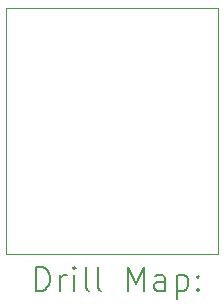
<source format=gbr>
%TF.GenerationSoftware,KiCad,Pcbnew,9.0.4*%
%TF.CreationDate,2025-09-29T17:11:03+02:00*%
%TF.ProjectId,icm_20948_breakout,69636d5f-3230-4393-9438-5f627265616b,rev?*%
%TF.SameCoordinates,Original*%
%TF.FileFunction,Drillmap*%
%TF.FilePolarity,Positive*%
%FSLAX45Y45*%
G04 Gerber Fmt 4.5, Leading zero omitted, Abs format (unit mm)*
G04 Created by KiCad (PCBNEW 9.0.4) date 2025-09-29 17:11:03*
%MOMM*%
%LPD*%
G01*
G04 APERTURE LIST*
%ADD10C,0.050000*%
%ADD11C,0.200000*%
G04 APERTURE END LIST*
D10*
X12100000Y-7550000D02*
X13900000Y-7550000D01*
X13900000Y-9630000D01*
X12100000Y-9630000D01*
X12100000Y-7550000D01*
D11*
X12358277Y-9943984D02*
X12358277Y-9743984D01*
X12358277Y-9743984D02*
X12405896Y-9743984D01*
X12405896Y-9743984D02*
X12434467Y-9753508D01*
X12434467Y-9753508D02*
X12453515Y-9772555D01*
X12453515Y-9772555D02*
X12463039Y-9791603D01*
X12463039Y-9791603D02*
X12472562Y-9829698D01*
X12472562Y-9829698D02*
X12472562Y-9858270D01*
X12472562Y-9858270D02*
X12463039Y-9896365D01*
X12463039Y-9896365D02*
X12453515Y-9915412D01*
X12453515Y-9915412D02*
X12434467Y-9934460D01*
X12434467Y-9934460D02*
X12405896Y-9943984D01*
X12405896Y-9943984D02*
X12358277Y-9943984D01*
X12558277Y-9943984D02*
X12558277Y-9810650D01*
X12558277Y-9848746D02*
X12567801Y-9829698D01*
X12567801Y-9829698D02*
X12577324Y-9820174D01*
X12577324Y-9820174D02*
X12596372Y-9810650D01*
X12596372Y-9810650D02*
X12615420Y-9810650D01*
X12682086Y-9943984D02*
X12682086Y-9810650D01*
X12682086Y-9743984D02*
X12672562Y-9753508D01*
X12672562Y-9753508D02*
X12682086Y-9763031D01*
X12682086Y-9763031D02*
X12691610Y-9753508D01*
X12691610Y-9753508D02*
X12682086Y-9743984D01*
X12682086Y-9743984D02*
X12682086Y-9763031D01*
X12805896Y-9943984D02*
X12786848Y-9934460D01*
X12786848Y-9934460D02*
X12777324Y-9915412D01*
X12777324Y-9915412D02*
X12777324Y-9743984D01*
X12910658Y-9943984D02*
X12891610Y-9934460D01*
X12891610Y-9934460D02*
X12882086Y-9915412D01*
X12882086Y-9915412D02*
X12882086Y-9743984D01*
X13139229Y-9943984D02*
X13139229Y-9743984D01*
X13139229Y-9743984D02*
X13205896Y-9886841D01*
X13205896Y-9886841D02*
X13272562Y-9743984D01*
X13272562Y-9743984D02*
X13272562Y-9943984D01*
X13453515Y-9943984D02*
X13453515Y-9839222D01*
X13453515Y-9839222D02*
X13443991Y-9820174D01*
X13443991Y-9820174D02*
X13424943Y-9810650D01*
X13424943Y-9810650D02*
X13386848Y-9810650D01*
X13386848Y-9810650D02*
X13367801Y-9820174D01*
X13453515Y-9934460D02*
X13434467Y-9943984D01*
X13434467Y-9943984D02*
X13386848Y-9943984D01*
X13386848Y-9943984D02*
X13367801Y-9934460D01*
X13367801Y-9934460D02*
X13358277Y-9915412D01*
X13358277Y-9915412D02*
X13358277Y-9896365D01*
X13358277Y-9896365D02*
X13367801Y-9877317D01*
X13367801Y-9877317D02*
X13386848Y-9867793D01*
X13386848Y-9867793D02*
X13434467Y-9867793D01*
X13434467Y-9867793D02*
X13453515Y-9858270D01*
X13548753Y-9810650D02*
X13548753Y-10010650D01*
X13548753Y-9820174D02*
X13567801Y-9810650D01*
X13567801Y-9810650D02*
X13605896Y-9810650D01*
X13605896Y-9810650D02*
X13624943Y-9820174D01*
X13624943Y-9820174D02*
X13634467Y-9829698D01*
X13634467Y-9829698D02*
X13643991Y-9848746D01*
X13643991Y-9848746D02*
X13643991Y-9905889D01*
X13643991Y-9905889D02*
X13634467Y-9924936D01*
X13634467Y-9924936D02*
X13624943Y-9934460D01*
X13624943Y-9934460D02*
X13605896Y-9943984D01*
X13605896Y-9943984D02*
X13567801Y-9943984D01*
X13567801Y-9943984D02*
X13548753Y-9934460D01*
X13729705Y-9924936D02*
X13739229Y-9934460D01*
X13739229Y-9934460D02*
X13729705Y-9943984D01*
X13729705Y-9943984D02*
X13720182Y-9934460D01*
X13720182Y-9934460D02*
X13729705Y-9924936D01*
X13729705Y-9924936D02*
X13729705Y-9943984D01*
X13729705Y-9820174D02*
X13739229Y-9829698D01*
X13739229Y-9829698D02*
X13729705Y-9839222D01*
X13729705Y-9839222D02*
X13720182Y-9829698D01*
X13720182Y-9829698D02*
X13729705Y-9820174D01*
X13729705Y-9820174D02*
X13729705Y-9839222D01*
M02*

</source>
